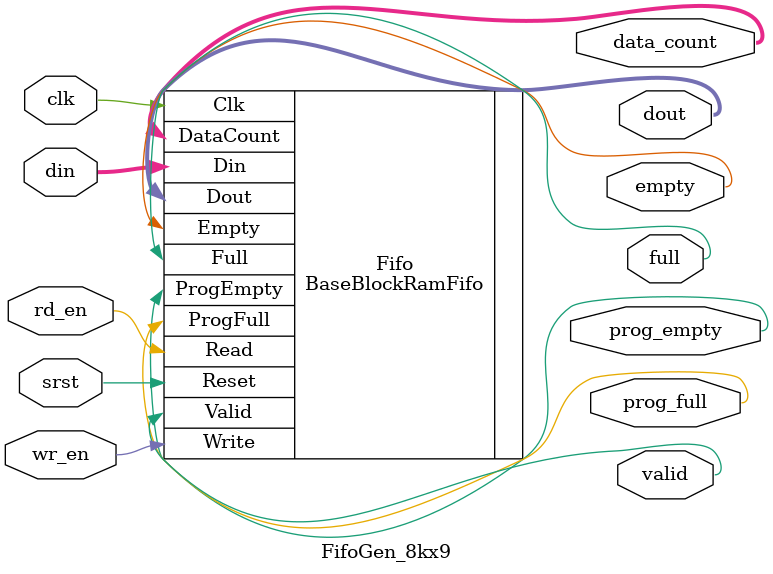
<source format=v>
/*
	FifoGen_8kx9.v: Behavior version of 4kx9 block RAM FIFO

		  Ted Rossin 10-17-2024
	  		     11-07-2024 

     Note: 
*/

`timescale 1ns / 1ps

module FifoGen_8kx9(
     input clk
    ,input srst
    ,input[8:0] din
    ,input wr_en
    ,input rd_en
    ,output[8:0] dout
    ,output full
    ,output empty
    ,output prog_empty
    ,output valid
    ,output[12:0] data_count
    ,output prog_full
);

    BaseBlockRamFifo #(
	 .FirstWordFall(0)
    	,.BuiltIn(0)
    	,.Width(9)
	,.ProgFullValue(10)
	,.ProgEmptyValue(5)
	,.DataCountWidth(13)
	,.Depth(8192)
    ) Fifo(
     	 .Clk(clk)
    	,.Reset(srst)
    	,.Write(wr_en)
    	,.Read(rd_en)
    	,.Din(din)
    	,.Dout(dout)
    	,.ProgFull(prog_full)
    	,.ProgEmpty(prog_empty)
    	,.DataCount(data_count)
    	,.Valid(valid)
    	,.Empty(empty)
    	,.Full(full)
    );
endmodule

</source>
